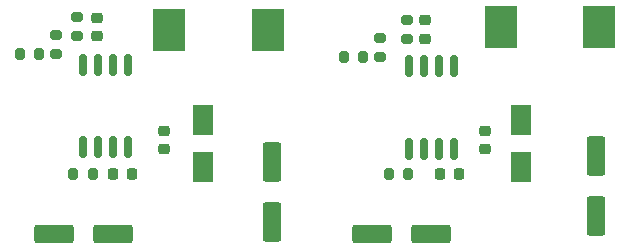
<source format=gtp>
G04 #@! TF.GenerationSoftware,KiCad,Pcbnew,9.0.0*
G04 #@! TF.CreationDate,2025-03-30T18:48:23-05:00*
G04 #@! TF.ProjectId,2019-Pi-Power,32303139-2d50-4692-9d50-6f7765722e6b,V2*
G04 #@! TF.SameCoordinates,Original*
G04 #@! TF.FileFunction,Paste,Top*
G04 #@! TF.FilePolarity,Positive*
%FSLAX46Y46*%
G04 Gerber Fmt 4.6, Leading zero omitted, Abs format (unit mm)*
G04 Created by KiCad (PCBNEW 9.0.0) date 2025-03-30 18:48:23*
%MOMM*%
%LPD*%
G01*
G04 APERTURE LIST*
G04 Aperture macros list*
%AMRoundRect*
0 Rectangle with rounded corners*
0 $1 Rounding radius*
0 $2 $3 $4 $5 $6 $7 $8 $9 X,Y pos of 4 corners*
0 Add a 4 corners polygon primitive as box body*
4,1,4,$2,$3,$4,$5,$6,$7,$8,$9,$2,$3,0*
0 Add four circle primitives for the rounded corners*
1,1,$1+$1,$2,$3*
1,1,$1+$1,$4,$5*
1,1,$1+$1,$6,$7*
1,1,$1+$1,$8,$9*
0 Add four rect primitives between the rounded corners*
20,1,$1+$1,$2,$3,$4,$5,0*
20,1,$1+$1,$4,$5,$6,$7,0*
20,1,$1+$1,$6,$7,$8,$9,0*
20,1,$1+$1,$8,$9,$2,$3,0*%
G04 Aperture macros list end*
%ADD10RoundRect,0.225000X0.250000X-0.225000X0.250000X0.225000X-0.250000X0.225000X-0.250000X-0.225000X0*%
%ADD11RoundRect,0.225000X-0.225000X-0.250000X0.225000X-0.250000X0.225000X0.250000X-0.225000X0.250000X0*%
%ADD12RoundRect,0.225000X-0.250000X0.225000X-0.250000X-0.225000X0.250000X-0.225000X0.250000X0.225000X0*%
%ADD13RoundRect,0.200000X0.200000X0.275000X-0.200000X0.275000X-0.200000X-0.275000X0.200000X-0.275000X0*%
%ADD14RoundRect,0.200000X0.275000X-0.200000X0.275000X0.200000X-0.275000X0.200000X-0.275000X-0.200000X0*%
%ADD15RoundRect,0.200000X-0.275000X0.200000X-0.275000X-0.200000X0.275000X-0.200000X0.275000X0.200000X0*%
%ADD16RoundRect,0.200000X-0.200000X-0.275000X0.200000X-0.275000X0.200000X0.275000X-0.200000X0.275000X0*%
%ADD17R,2.700000X3.600000*%
%ADD18RoundRect,0.150000X-0.150000X0.800000X-0.150000X-0.800000X0.150000X-0.800000X0.150000X0.800000X0*%
%ADD19R,1.700000X2.500000*%
%ADD20RoundRect,0.250000X1.412500X0.550000X-1.412500X0.550000X-1.412500X-0.550000X1.412500X-0.550000X0*%
%ADD21RoundRect,0.250000X-0.550000X1.412500X-0.550000X-1.412500X0.550000X-1.412500X0.550000X1.412500X0*%
G04 APERTURE END LIST*
D10*
X213589000Y-114211000D03*
X213589000Y-112661000D03*
D11*
X214973000Y-125870000D03*
X216523000Y-125870000D03*
D12*
X219304000Y-122275500D03*
X219304000Y-123825500D03*
D11*
X242659000Y-125870000D03*
X244209000Y-125870000D03*
D12*
X246482000Y-122275500D03*
X246482000Y-123825500D03*
D10*
X241402000Y-114453000D03*
X241402000Y-112903000D03*
D13*
X213245500Y-125870000D03*
X211595500Y-125870000D03*
D14*
X210160000Y-115773000D03*
X210160000Y-114123000D03*
D15*
X211938000Y-112599000D03*
X211938000Y-114249000D03*
D16*
X207049000Y-115710000D03*
X208699000Y-115710000D03*
D13*
X239941000Y-125870000D03*
X238291000Y-125870000D03*
D14*
X237592000Y-116027000D03*
X237592000Y-114377000D03*
D16*
X234481000Y-115964000D03*
X236131000Y-115964000D03*
D15*
X239878000Y-112853000D03*
X239878000Y-114503000D03*
D17*
X228026000Y-113678000D03*
X219726000Y-113678000D03*
D18*
X216192500Y-116655000D03*
X214922500Y-116655000D03*
X213652500Y-116655000D03*
X212382500Y-116655000D03*
X212382500Y-123655000D03*
X213652500Y-123655000D03*
X214922500Y-123655000D03*
X216192500Y-123655000D03*
D19*
X222606000Y-125330000D03*
X222606000Y-121330000D03*
D20*
X214983500Y-130950000D03*
X209908500Y-130950000D03*
D21*
X228448000Y-124856500D03*
X228448000Y-129931500D03*
D20*
X241907500Y-130950000D03*
X236832500Y-130950000D03*
D21*
X255880000Y-124348500D03*
X255880000Y-129423500D03*
D19*
X249530000Y-125330000D03*
X249530000Y-121330000D03*
D17*
X256134000Y-113424000D03*
X247834000Y-113424000D03*
D18*
X243815000Y-116782000D03*
X242545000Y-116782000D03*
X241275000Y-116782000D03*
X240005000Y-116782000D03*
X240005000Y-123782000D03*
X241275000Y-123782000D03*
X242545000Y-123782000D03*
X243815000Y-123782000D03*
M02*

</source>
